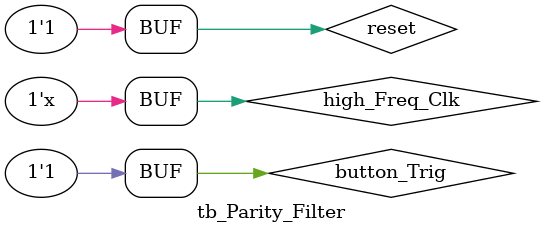
<source format=v>
`timescale 1ns/1ns
	module tb_Parity_Filter(
		);
		
		
		reg		high_Freq_Clk;
//		reg		low_Freq_Clk;
		reg 	reset;
		reg		button_Trig;
		
		wire	[7 : 0]  random_Byte;
		wire	test;
		wire	button_test;
		
		
		initial
			begin
				high_Freq_Clk = 1'b0;
//				low_Freq_Clk = 1'b0;
				reset = 1'b1;
				button_Trig = 1'b1;
			end
			
		always	#10 high_Freq_Clk = ~high_Freq_Clk;
//		always  #25 low_Freq_Clk = ~low_Freq_Clk;
		
		initial
			begin
				#100 reset = 1'b0;
				#100 reset = 1'b1;
				#100 button_Trig = 1'b0;
				#400 button_Trig = 1'b1;
			end
		parity_Filter_Top Top(
		.high_Freq_Clk(high_Freq_Clk),
//		.low_Freq_Clk(low_Freq_Clk),
		.reset(reset),
		.button_Trig(button_Trig),
		.random_Byte(random_Byte),
		.test(test),
		.button_test(button_test));
		
		endmodule
</source>
